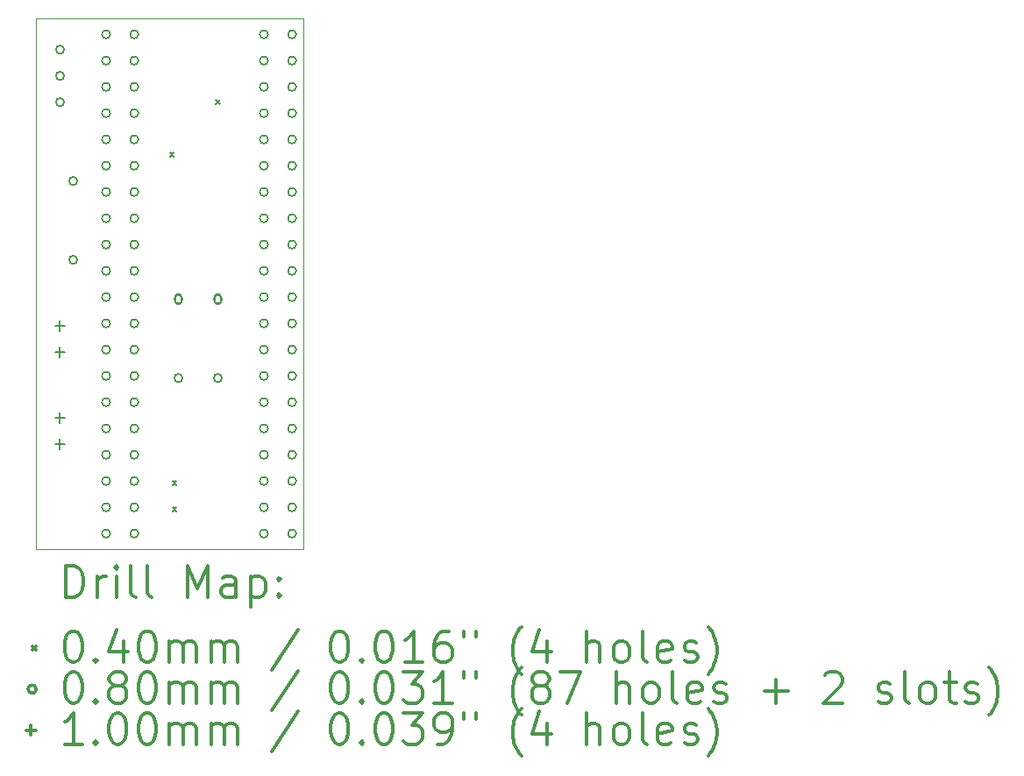
<source format=gbr>
%FSLAX45Y45*%
G04 Gerber Fmt 4.5, Leading zero omitted, Abs format (unit mm)*
G04 Created by KiCad (PCBNEW (5.1.2)-1) date 2020-03-30 19:36:06*
%MOMM*%
%LPD*%
G04 APERTURE LIST*
%ADD10C,0.010000*%
%ADD11C,0.200000*%
%ADD12C,0.300000*%
G04 APERTURE END LIST*
D10*
X5232400Y-7239000D02*
X5257800Y-7239000D01*
X5232400Y-2108200D02*
X5232400Y-7239000D01*
X7810500Y-2108200D02*
X5232400Y-2108200D01*
X5257800Y-7239000D02*
X7810500Y-7239000D01*
X7810500Y-2108200D02*
X7810500Y-7239000D01*
D11*
X6520500Y-3409000D02*
X6560500Y-3449000D01*
X6560500Y-3409000D02*
X6520500Y-3449000D01*
X6545900Y-6584000D02*
X6585900Y-6624000D01*
X6585900Y-6584000D02*
X6545900Y-6624000D01*
X6545900Y-6838000D02*
X6585900Y-6878000D01*
X6585900Y-6838000D02*
X6545900Y-6878000D01*
X6965000Y-2901000D02*
X7005000Y-2941000D01*
X7005000Y-2901000D02*
X6965000Y-2941000D01*
X5945500Y-2265700D02*
G75*
G03X5945500Y-2265700I-40000J0D01*
G01*
X5945500Y-2519700D02*
G75*
G03X5945500Y-2519700I-40000J0D01*
G01*
X5945500Y-2773700D02*
G75*
G03X5945500Y-2773700I-40000J0D01*
G01*
X5945500Y-3027700D02*
G75*
G03X5945500Y-3027700I-40000J0D01*
G01*
X5945500Y-3281700D02*
G75*
G03X5945500Y-3281700I-40000J0D01*
G01*
X5945500Y-3535700D02*
G75*
G03X5945500Y-3535700I-40000J0D01*
G01*
X5945500Y-3789700D02*
G75*
G03X5945500Y-3789700I-40000J0D01*
G01*
X5945500Y-4043700D02*
G75*
G03X5945500Y-4043700I-40000J0D01*
G01*
X5945500Y-4297700D02*
G75*
G03X5945500Y-4297700I-40000J0D01*
G01*
X5945500Y-4551700D02*
G75*
G03X5945500Y-4551700I-40000J0D01*
G01*
X5945500Y-4805700D02*
G75*
G03X5945500Y-4805700I-40000J0D01*
G01*
X5945500Y-5059700D02*
G75*
G03X5945500Y-5059700I-40000J0D01*
G01*
X5945500Y-5313700D02*
G75*
G03X5945500Y-5313700I-40000J0D01*
G01*
X5945500Y-5567700D02*
G75*
G03X5945500Y-5567700I-40000J0D01*
G01*
X5945500Y-5821700D02*
G75*
G03X5945500Y-5821700I-40000J0D01*
G01*
X5945500Y-6075700D02*
G75*
G03X5945500Y-6075700I-40000J0D01*
G01*
X5945500Y-6329700D02*
G75*
G03X5945500Y-6329700I-40000J0D01*
G01*
X5945500Y-6583700D02*
G75*
G03X5945500Y-6583700I-40000J0D01*
G01*
X5945500Y-6837700D02*
G75*
G03X5945500Y-6837700I-40000J0D01*
G01*
X5945500Y-7091700D02*
G75*
G03X5945500Y-7091700I-40000J0D01*
G01*
X7469500Y-2265700D02*
G75*
G03X7469500Y-2265700I-40000J0D01*
G01*
X7469500Y-2519700D02*
G75*
G03X7469500Y-2519700I-40000J0D01*
G01*
X7469500Y-2773700D02*
G75*
G03X7469500Y-2773700I-40000J0D01*
G01*
X7469500Y-3027700D02*
G75*
G03X7469500Y-3027700I-40000J0D01*
G01*
X7469500Y-3281700D02*
G75*
G03X7469500Y-3281700I-40000J0D01*
G01*
X7469500Y-3535700D02*
G75*
G03X7469500Y-3535700I-40000J0D01*
G01*
X7469500Y-3789700D02*
G75*
G03X7469500Y-3789700I-40000J0D01*
G01*
X7469500Y-4043700D02*
G75*
G03X7469500Y-4043700I-40000J0D01*
G01*
X7469500Y-4297700D02*
G75*
G03X7469500Y-4297700I-40000J0D01*
G01*
X7469500Y-4551700D02*
G75*
G03X7469500Y-4551700I-40000J0D01*
G01*
X7469500Y-4805700D02*
G75*
G03X7469500Y-4805700I-40000J0D01*
G01*
X7469500Y-5059700D02*
G75*
G03X7469500Y-5059700I-40000J0D01*
G01*
X7469500Y-5313700D02*
G75*
G03X7469500Y-5313700I-40000J0D01*
G01*
X7469500Y-5567700D02*
G75*
G03X7469500Y-5567700I-40000J0D01*
G01*
X7469500Y-5821700D02*
G75*
G03X7469500Y-5821700I-40000J0D01*
G01*
X7469500Y-6075700D02*
G75*
G03X7469500Y-6075700I-40000J0D01*
G01*
X7469500Y-6329700D02*
G75*
G03X7469500Y-6329700I-40000J0D01*
G01*
X7469500Y-6583700D02*
G75*
G03X7469500Y-6583700I-40000J0D01*
G01*
X7469500Y-6837700D02*
G75*
G03X7469500Y-6837700I-40000J0D01*
G01*
X7469500Y-7091700D02*
G75*
G03X7469500Y-7091700I-40000J0D01*
G01*
X6644000Y-4826000D02*
G75*
G03X6644000Y-4826000I-40000J0D01*
G01*
X6634000Y-4846000D02*
X6634000Y-4806000D01*
X6574000Y-4846000D02*
X6574000Y-4806000D01*
X6634000Y-4806000D02*
G75*
G03X6574000Y-4806000I-30000J0D01*
G01*
X6574000Y-4846000D02*
G75*
G03X6634000Y-4846000I30000J0D01*
G01*
X6644000Y-5588000D02*
G75*
G03X6644000Y-5588000I-40000J0D01*
G01*
X6218100Y-2265700D02*
G75*
G03X6218100Y-2265700I-40000J0D01*
G01*
X6218100Y-2519700D02*
G75*
G03X6218100Y-2519700I-40000J0D01*
G01*
X6218100Y-2773700D02*
G75*
G03X6218100Y-2773700I-40000J0D01*
G01*
X6218100Y-3027700D02*
G75*
G03X6218100Y-3027700I-40000J0D01*
G01*
X6218100Y-3281700D02*
G75*
G03X6218100Y-3281700I-40000J0D01*
G01*
X6218100Y-3535700D02*
G75*
G03X6218100Y-3535700I-40000J0D01*
G01*
X6218100Y-3789700D02*
G75*
G03X6218100Y-3789700I-40000J0D01*
G01*
X6218100Y-4043700D02*
G75*
G03X6218100Y-4043700I-40000J0D01*
G01*
X6218100Y-4297700D02*
G75*
G03X6218100Y-4297700I-40000J0D01*
G01*
X6218100Y-4551700D02*
G75*
G03X6218100Y-4551700I-40000J0D01*
G01*
X6218100Y-4805700D02*
G75*
G03X6218100Y-4805700I-40000J0D01*
G01*
X6218100Y-5059700D02*
G75*
G03X6218100Y-5059700I-40000J0D01*
G01*
X6218100Y-5313700D02*
G75*
G03X6218100Y-5313700I-40000J0D01*
G01*
X6218100Y-5567700D02*
G75*
G03X6218100Y-5567700I-40000J0D01*
G01*
X6218100Y-5821700D02*
G75*
G03X6218100Y-5821700I-40000J0D01*
G01*
X6218100Y-6075700D02*
G75*
G03X6218100Y-6075700I-40000J0D01*
G01*
X6218100Y-6329700D02*
G75*
G03X6218100Y-6329700I-40000J0D01*
G01*
X6218100Y-6583700D02*
G75*
G03X6218100Y-6583700I-40000J0D01*
G01*
X6218100Y-6837700D02*
G75*
G03X6218100Y-6837700I-40000J0D01*
G01*
X6218100Y-7091700D02*
G75*
G03X6218100Y-7091700I-40000J0D01*
G01*
X7742100Y-2265700D02*
G75*
G03X7742100Y-2265700I-40000J0D01*
G01*
X7742100Y-2519700D02*
G75*
G03X7742100Y-2519700I-40000J0D01*
G01*
X7742100Y-2773700D02*
G75*
G03X7742100Y-2773700I-40000J0D01*
G01*
X7742100Y-3027700D02*
G75*
G03X7742100Y-3027700I-40000J0D01*
G01*
X7742100Y-3281700D02*
G75*
G03X7742100Y-3281700I-40000J0D01*
G01*
X7742100Y-3535700D02*
G75*
G03X7742100Y-3535700I-40000J0D01*
G01*
X7742100Y-3789700D02*
G75*
G03X7742100Y-3789700I-40000J0D01*
G01*
X7742100Y-4043700D02*
G75*
G03X7742100Y-4043700I-40000J0D01*
G01*
X7742100Y-4297700D02*
G75*
G03X7742100Y-4297700I-40000J0D01*
G01*
X7742100Y-4551700D02*
G75*
G03X7742100Y-4551700I-40000J0D01*
G01*
X7742100Y-4805700D02*
G75*
G03X7742100Y-4805700I-40000J0D01*
G01*
X7742100Y-5059700D02*
G75*
G03X7742100Y-5059700I-40000J0D01*
G01*
X7742100Y-5313700D02*
G75*
G03X7742100Y-5313700I-40000J0D01*
G01*
X7742100Y-5567700D02*
G75*
G03X7742100Y-5567700I-40000J0D01*
G01*
X7742100Y-5821700D02*
G75*
G03X7742100Y-5821700I-40000J0D01*
G01*
X7742100Y-6075700D02*
G75*
G03X7742100Y-6075700I-40000J0D01*
G01*
X7742100Y-6329700D02*
G75*
G03X7742100Y-6329700I-40000J0D01*
G01*
X7742100Y-6583700D02*
G75*
G03X7742100Y-6583700I-40000J0D01*
G01*
X7742100Y-6837700D02*
G75*
G03X7742100Y-6837700I-40000J0D01*
G01*
X7742100Y-7091700D02*
G75*
G03X7742100Y-7091700I-40000J0D01*
G01*
X5501000Y-2413000D02*
G75*
G03X5501000Y-2413000I-40000J0D01*
G01*
X5501000Y-2667000D02*
G75*
G03X5501000Y-2667000I-40000J0D01*
G01*
X5501000Y-2921000D02*
G75*
G03X5501000Y-2921000I-40000J0D01*
G01*
X5628000Y-3683000D02*
G75*
G03X5628000Y-3683000I-40000J0D01*
G01*
X5628000Y-4445000D02*
G75*
G03X5628000Y-4445000I-40000J0D01*
G01*
X7025000Y-4826000D02*
G75*
G03X7025000Y-4826000I-40000J0D01*
G01*
X7015000Y-4846000D02*
X7015000Y-4806000D01*
X6955000Y-4846000D02*
X6955000Y-4806000D01*
X7015000Y-4806000D02*
G75*
G03X6955000Y-4806000I-30000J0D01*
G01*
X6955000Y-4846000D02*
G75*
G03X7015000Y-4846000I30000J0D01*
G01*
X7025000Y-5588000D02*
G75*
G03X7025000Y-5588000I-40000J0D01*
G01*
X5461000Y-5030000D02*
X5461000Y-5130000D01*
X5411000Y-5080000D02*
X5511000Y-5080000D01*
X5461000Y-5284000D02*
X5461000Y-5384000D01*
X5411000Y-5334000D02*
X5511000Y-5334000D01*
X5461000Y-5919000D02*
X5461000Y-6019000D01*
X5411000Y-5969000D02*
X5511000Y-5969000D01*
X5461000Y-6173000D02*
X5461000Y-6273000D01*
X5411000Y-6223000D02*
X5511000Y-6223000D01*
D12*
X5518328Y-7705214D02*
X5518328Y-7405214D01*
X5589757Y-7405214D01*
X5632614Y-7419500D01*
X5661186Y-7448071D01*
X5675471Y-7476643D01*
X5689757Y-7533786D01*
X5689757Y-7576643D01*
X5675471Y-7633786D01*
X5661186Y-7662357D01*
X5632614Y-7690929D01*
X5589757Y-7705214D01*
X5518328Y-7705214D01*
X5818328Y-7705214D02*
X5818328Y-7505214D01*
X5818328Y-7562357D02*
X5832614Y-7533786D01*
X5846900Y-7519500D01*
X5875471Y-7505214D01*
X5904043Y-7505214D01*
X6004043Y-7705214D02*
X6004043Y-7505214D01*
X6004043Y-7405214D02*
X5989757Y-7419500D01*
X6004043Y-7433786D01*
X6018328Y-7419500D01*
X6004043Y-7405214D01*
X6004043Y-7433786D01*
X6189757Y-7705214D02*
X6161186Y-7690929D01*
X6146900Y-7662357D01*
X6146900Y-7405214D01*
X6346900Y-7705214D02*
X6318328Y-7690929D01*
X6304043Y-7662357D01*
X6304043Y-7405214D01*
X6689757Y-7705214D02*
X6689757Y-7405214D01*
X6789757Y-7619500D01*
X6889757Y-7405214D01*
X6889757Y-7705214D01*
X7161186Y-7705214D02*
X7161186Y-7548071D01*
X7146900Y-7519500D01*
X7118328Y-7505214D01*
X7061186Y-7505214D01*
X7032614Y-7519500D01*
X7161186Y-7690929D02*
X7132614Y-7705214D01*
X7061186Y-7705214D01*
X7032614Y-7690929D01*
X7018328Y-7662357D01*
X7018328Y-7633786D01*
X7032614Y-7605214D01*
X7061186Y-7590929D01*
X7132614Y-7590929D01*
X7161186Y-7576643D01*
X7304043Y-7505214D02*
X7304043Y-7805214D01*
X7304043Y-7519500D02*
X7332614Y-7505214D01*
X7389757Y-7505214D01*
X7418328Y-7519500D01*
X7432614Y-7533786D01*
X7446900Y-7562357D01*
X7446900Y-7648071D01*
X7432614Y-7676643D01*
X7418328Y-7690929D01*
X7389757Y-7705214D01*
X7332614Y-7705214D01*
X7304043Y-7690929D01*
X7575471Y-7676643D02*
X7589757Y-7690929D01*
X7575471Y-7705214D01*
X7561186Y-7690929D01*
X7575471Y-7676643D01*
X7575471Y-7705214D01*
X7575471Y-7519500D02*
X7589757Y-7533786D01*
X7575471Y-7548071D01*
X7561186Y-7533786D01*
X7575471Y-7519500D01*
X7575471Y-7548071D01*
X5191900Y-8179500D02*
X5231900Y-8219500D01*
X5231900Y-8179500D02*
X5191900Y-8219500D01*
X5575471Y-8035214D02*
X5604043Y-8035214D01*
X5632614Y-8049500D01*
X5646900Y-8063786D01*
X5661186Y-8092357D01*
X5675471Y-8149500D01*
X5675471Y-8220929D01*
X5661186Y-8278071D01*
X5646900Y-8306643D01*
X5632614Y-8320929D01*
X5604043Y-8335214D01*
X5575471Y-8335214D01*
X5546900Y-8320929D01*
X5532614Y-8306643D01*
X5518328Y-8278071D01*
X5504043Y-8220929D01*
X5504043Y-8149500D01*
X5518328Y-8092357D01*
X5532614Y-8063786D01*
X5546900Y-8049500D01*
X5575471Y-8035214D01*
X5804043Y-8306643D02*
X5818328Y-8320929D01*
X5804043Y-8335214D01*
X5789757Y-8320929D01*
X5804043Y-8306643D01*
X5804043Y-8335214D01*
X6075471Y-8135214D02*
X6075471Y-8335214D01*
X6004043Y-8020929D02*
X5932614Y-8235214D01*
X6118328Y-8235214D01*
X6289757Y-8035214D02*
X6318328Y-8035214D01*
X6346900Y-8049500D01*
X6361186Y-8063786D01*
X6375471Y-8092357D01*
X6389757Y-8149500D01*
X6389757Y-8220929D01*
X6375471Y-8278071D01*
X6361186Y-8306643D01*
X6346900Y-8320929D01*
X6318328Y-8335214D01*
X6289757Y-8335214D01*
X6261186Y-8320929D01*
X6246900Y-8306643D01*
X6232614Y-8278071D01*
X6218328Y-8220929D01*
X6218328Y-8149500D01*
X6232614Y-8092357D01*
X6246900Y-8063786D01*
X6261186Y-8049500D01*
X6289757Y-8035214D01*
X6518328Y-8335214D02*
X6518328Y-8135214D01*
X6518328Y-8163786D02*
X6532614Y-8149500D01*
X6561186Y-8135214D01*
X6604043Y-8135214D01*
X6632614Y-8149500D01*
X6646900Y-8178071D01*
X6646900Y-8335214D01*
X6646900Y-8178071D02*
X6661186Y-8149500D01*
X6689757Y-8135214D01*
X6732614Y-8135214D01*
X6761186Y-8149500D01*
X6775471Y-8178071D01*
X6775471Y-8335214D01*
X6918328Y-8335214D02*
X6918328Y-8135214D01*
X6918328Y-8163786D02*
X6932614Y-8149500D01*
X6961186Y-8135214D01*
X7004043Y-8135214D01*
X7032614Y-8149500D01*
X7046900Y-8178071D01*
X7046900Y-8335214D01*
X7046900Y-8178071D02*
X7061186Y-8149500D01*
X7089757Y-8135214D01*
X7132614Y-8135214D01*
X7161186Y-8149500D01*
X7175471Y-8178071D01*
X7175471Y-8335214D01*
X7761186Y-8020929D02*
X7504043Y-8406643D01*
X8146900Y-8035214D02*
X8175471Y-8035214D01*
X8204043Y-8049500D01*
X8218328Y-8063786D01*
X8232614Y-8092357D01*
X8246900Y-8149500D01*
X8246900Y-8220929D01*
X8232614Y-8278071D01*
X8218328Y-8306643D01*
X8204043Y-8320929D01*
X8175471Y-8335214D01*
X8146900Y-8335214D01*
X8118328Y-8320929D01*
X8104043Y-8306643D01*
X8089757Y-8278071D01*
X8075471Y-8220929D01*
X8075471Y-8149500D01*
X8089757Y-8092357D01*
X8104043Y-8063786D01*
X8118328Y-8049500D01*
X8146900Y-8035214D01*
X8375471Y-8306643D02*
X8389757Y-8320929D01*
X8375471Y-8335214D01*
X8361186Y-8320929D01*
X8375471Y-8306643D01*
X8375471Y-8335214D01*
X8575471Y-8035214D02*
X8604043Y-8035214D01*
X8632614Y-8049500D01*
X8646900Y-8063786D01*
X8661186Y-8092357D01*
X8675471Y-8149500D01*
X8675471Y-8220929D01*
X8661186Y-8278071D01*
X8646900Y-8306643D01*
X8632614Y-8320929D01*
X8604043Y-8335214D01*
X8575471Y-8335214D01*
X8546900Y-8320929D01*
X8532614Y-8306643D01*
X8518328Y-8278071D01*
X8504043Y-8220929D01*
X8504043Y-8149500D01*
X8518328Y-8092357D01*
X8532614Y-8063786D01*
X8546900Y-8049500D01*
X8575471Y-8035214D01*
X8961186Y-8335214D02*
X8789757Y-8335214D01*
X8875471Y-8335214D02*
X8875471Y-8035214D01*
X8846900Y-8078071D01*
X8818328Y-8106643D01*
X8789757Y-8120929D01*
X9218328Y-8035214D02*
X9161186Y-8035214D01*
X9132614Y-8049500D01*
X9118328Y-8063786D01*
X9089757Y-8106643D01*
X9075471Y-8163786D01*
X9075471Y-8278071D01*
X9089757Y-8306643D01*
X9104043Y-8320929D01*
X9132614Y-8335214D01*
X9189757Y-8335214D01*
X9218328Y-8320929D01*
X9232614Y-8306643D01*
X9246900Y-8278071D01*
X9246900Y-8206643D01*
X9232614Y-8178071D01*
X9218328Y-8163786D01*
X9189757Y-8149500D01*
X9132614Y-8149500D01*
X9104043Y-8163786D01*
X9089757Y-8178071D01*
X9075471Y-8206643D01*
X9361186Y-8035214D02*
X9361186Y-8092357D01*
X9475471Y-8035214D02*
X9475471Y-8092357D01*
X9918328Y-8449500D02*
X9904043Y-8435214D01*
X9875471Y-8392357D01*
X9861186Y-8363786D01*
X9846900Y-8320929D01*
X9832614Y-8249500D01*
X9832614Y-8192357D01*
X9846900Y-8120929D01*
X9861186Y-8078071D01*
X9875471Y-8049500D01*
X9904043Y-8006643D01*
X9918328Y-7992357D01*
X10161186Y-8135214D02*
X10161186Y-8335214D01*
X10089757Y-8020929D02*
X10018328Y-8235214D01*
X10204043Y-8235214D01*
X10546900Y-8335214D02*
X10546900Y-8035214D01*
X10675471Y-8335214D02*
X10675471Y-8178071D01*
X10661186Y-8149500D01*
X10632614Y-8135214D01*
X10589757Y-8135214D01*
X10561186Y-8149500D01*
X10546900Y-8163786D01*
X10861186Y-8335214D02*
X10832614Y-8320929D01*
X10818328Y-8306643D01*
X10804043Y-8278071D01*
X10804043Y-8192357D01*
X10818328Y-8163786D01*
X10832614Y-8149500D01*
X10861186Y-8135214D01*
X10904043Y-8135214D01*
X10932614Y-8149500D01*
X10946900Y-8163786D01*
X10961186Y-8192357D01*
X10961186Y-8278071D01*
X10946900Y-8306643D01*
X10932614Y-8320929D01*
X10904043Y-8335214D01*
X10861186Y-8335214D01*
X11132614Y-8335214D02*
X11104043Y-8320929D01*
X11089757Y-8292357D01*
X11089757Y-8035214D01*
X11361186Y-8320929D02*
X11332614Y-8335214D01*
X11275471Y-8335214D01*
X11246900Y-8320929D01*
X11232614Y-8292357D01*
X11232614Y-8178071D01*
X11246900Y-8149500D01*
X11275471Y-8135214D01*
X11332614Y-8135214D01*
X11361186Y-8149500D01*
X11375471Y-8178071D01*
X11375471Y-8206643D01*
X11232614Y-8235214D01*
X11489757Y-8320929D02*
X11518328Y-8335214D01*
X11575471Y-8335214D01*
X11604043Y-8320929D01*
X11618328Y-8292357D01*
X11618328Y-8278071D01*
X11604043Y-8249500D01*
X11575471Y-8235214D01*
X11532614Y-8235214D01*
X11504043Y-8220929D01*
X11489757Y-8192357D01*
X11489757Y-8178071D01*
X11504043Y-8149500D01*
X11532614Y-8135214D01*
X11575471Y-8135214D01*
X11604043Y-8149500D01*
X11718328Y-8449500D02*
X11732614Y-8435214D01*
X11761186Y-8392357D01*
X11775471Y-8363786D01*
X11789757Y-8320929D01*
X11804043Y-8249500D01*
X11804043Y-8192357D01*
X11789757Y-8120929D01*
X11775471Y-8078071D01*
X11761186Y-8049500D01*
X11732614Y-8006643D01*
X11718328Y-7992357D01*
X5231900Y-8595500D02*
G75*
G03X5231900Y-8595500I-40000J0D01*
G01*
X5575471Y-8431214D02*
X5604043Y-8431214D01*
X5632614Y-8445500D01*
X5646900Y-8459786D01*
X5661186Y-8488357D01*
X5675471Y-8545500D01*
X5675471Y-8616929D01*
X5661186Y-8674072D01*
X5646900Y-8702643D01*
X5632614Y-8716929D01*
X5604043Y-8731214D01*
X5575471Y-8731214D01*
X5546900Y-8716929D01*
X5532614Y-8702643D01*
X5518328Y-8674072D01*
X5504043Y-8616929D01*
X5504043Y-8545500D01*
X5518328Y-8488357D01*
X5532614Y-8459786D01*
X5546900Y-8445500D01*
X5575471Y-8431214D01*
X5804043Y-8702643D02*
X5818328Y-8716929D01*
X5804043Y-8731214D01*
X5789757Y-8716929D01*
X5804043Y-8702643D01*
X5804043Y-8731214D01*
X5989757Y-8559786D02*
X5961186Y-8545500D01*
X5946900Y-8531214D01*
X5932614Y-8502643D01*
X5932614Y-8488357D01*
X5946900Y-8459786D01*
X5961186Y-8445500D01*
X5989757Y-8431214D01*
X6046900Y-8431214D01*
X6075471Y-8445500D01*
X6089757Y-8459786D01*
X6104043Y-8488357D01*
X6104043Y-8502643D01*
X6089757Y-8531214D01*
X6075471Y-8545500D01*
X6046900Y-8559786D01*
X5989757Y-8559786D01*
X5961186Y-8574072D01*
X5946900Y-8588357D01*
X5932614Y-8616929D01*
X5932614Y-8674072D01*
X5946900Y-8702643D01*
X5961186Y-8716929D01*
X5989757Y-8731214D01*
X6046900Y-8731214D01*
X6075471Y-8716929D01*
X6089757Y-8702643D01*
X6104043Y-8674072D01*
X6104043Y-8616929D01*
X6089757Y-8588357D01*
X6075471Y-8574072D01*
X6046900Y-8559786D01*
X6289757Y-8431214D02*
X6318328Y-8431214D01*
X6346900Y-8445500D01*
X6361186Y-8459786D01*
X6375471Y-8488357D01*
X6389757Y-8545500D01*
X6389757Y-8616929D01*
X6375471Y-8674072D01*
X6361186Y-8702643D01*
X6346900Y-8716929D01*
X6318328Y-8731214D01*
X6289757Y-8731214D01*
X6261186Y-8716929D01*
X6246900Y-8702643D01*
X6232614Y-8674072D01*
X6218328Y-8616929D01*
X6218328Y-8545500D01*
X6232614Y-8488357D01*
X6246900Y-8459786D01*
X6261186Y-8445500D01*
X6289757Y-8431214D01*
X6518328Y-8731214D02*
X6518328Y-8531214D01*
X6518328Y-8559786D02*
X6532614Y-8545500D01*
X6561186Y-8531214D01*
X6604043Y-8531214D01*
X6632614Y-8545500D01*
X6646900Y-8574072D01*
X6646900Y-8731214D01*
X6646900Y-8574072D02*
X6661186Y-8545500D01*
X6689757Y-8531214D01*
X6732614Y-8531214D01*
X6761186Y-8545500D01*
X6775471Y-8574072D01*
X6775471Y-8731214D01*
X6918328Y-8731214D02*
X6918328Y-8531214D01*
X6918328Y-8559786D02*
X6932614Y-8545500D01*
X6961186Y-8531214D01*
X7004043Y-8531214D01*
X7032614Y-8545500D01*
X7046900Y-8574072D01*
X7046900Y-8731214D01*
X7046900Y-8574072D02*
X7061186Y-8545500D01*
X7089757Y-8531214D01*
X7132614Y-8531214D01*
X7161186Y-8545500D01*
X7175471Y-8574072D01*
X7175471Y-8731214D01*
X7761186Y-8416929D02*
X7504043Y-8802643D01*
X8146900Y-8431214D02*
X8175471Y-8431214D01*
X8204043Y-8445500D01*
X8218328Y-8459786D01*
X8232614Y-8488357D01*
X8246900Y-8545500D01*
X8246900Y-8616929D01*
X8232614Y-8674072D01*
X8218328Y-8702643D01*
X8204043Y-8716929D01*
X8175471Y-8731214D01*
X8146900Y-8731214D01*
X8118328Y-8716929D01*
X8104043Y-8702643D01*
X8089757Y-8674072D01*
X8075471Y-8616929D01*
X8075471Y-8545500D01*
X8089757Y-8488357D01*
X8104043Y-8459786D01*
X8118328Y-8445500D01*
X8146900Y-8431214D01*
X8375471Y-8702643D02*
X8389757Y-8716929D01*
X8375471Y-8731214D01*
X8361186Y-8716929D01*
X8375471Y-8702643D01*
X8375471Y-8731214D01*
X8575471Y-8431214D02*
X8604043Y-8431214D01*
X8632614Y-8445500D01*
X8646900Y-8459786D01*
X8661186Y-8488357D01*
X8675471Y-8545500D01*
X8675471Y-8616929D01*
X8661186Y-8674072D01*
X8646900Y-8702643D01*
X8632614Y-8716929D01*
X8604043Y-8731214D01*
X8575471Y-8731214D01*
X8546900Y-8716929D01*
X8532614Y-8702643D01*
X8518328Y-8674072D01*
X8504043Y-8616929D01*
X8504043Y-8545500D01*
X8518328Y-8488357D01*
X8532614Y-8459786D01*
X8546900Y-8445500D01*
X8575471Y-8431214D01*
X8775471Y-8431214D02*
X8961186Y-8431214D01*
X8861186Y-8545500D01*
X8904043Y-8545500D01*
X8932614Y-8559786D01*
X8946900Y-8574072D01*
X8961186Y-8602643D01*
X8961186Y-8674072D01*
X8946900Y-8702643D01*
X8932614Y-8716929D01*
X8904043Y-8731214D01*
X8818328Y-8731214D01*
X8789757Y-8716929D01*
X8775471Y-8702643D01*
X9246900Y-8731214D02*
X9075471Y-8731214D01*
X9161186Y-8731214D02*
X9161186Y-8431214D01*
X9132614Y-8474072D01*
X9104043Y-8502643D01*
X9075471Y-8516929D01*
X9361186Y-8431214D02*
X9361186Y-8488357D01*
X9475471Y-8431214D02*
X9475471Y-8488357D01*
X9918328Y-8845500D02*
X9904043Y-8831214D01*
X9875471Y-8788357D01*
X9861186Y-8759786D01*
X9846900Y-8716929D01*
X9832614Y-8645500D01*
X9832614Y-8588357D01*
X9846900Y-8516929D01*
X9861186Y-8474072D01*
X9875471Y-8445500D01*
X9904043Y-8402643D01*
X9918328Y-8388357D01*
X10075471Y-8559786D02*
X10046900Y-8545500D01*
X10032614Y-8531214D01*
X10018328Y-8502643D01*
X10018328Y-8488357D01*
X10032614Y-8459786D01*
X10046900Y-8445500D01*
X10075471Y-8431214D01*
X10132614Y-8431214D01*
X10161186Y-8445500D01*
X10175471Y-8459786D01*
X10189757Y-8488357D01*
X10189757Y-8502643D01*
X10175471Y-8531214D01*
X10161186Y-8545500D01*
X10132614Y-8559786D01*
X10075471Y-8559786D01*
X10046900Y-8574072D01*
X10032614Y-8588357D01*
X10018328Y-8616929D01*
X10018328Y-8674072D01*
X10032614Y-8702643D01*
X10046900Y-8716929D01*
X10075471Y-8731214D01*
X10132614Y-8731214D01*
X10161186Y-8716929D01*
X10175471Y-8702643D01*
X10189757Y-8674072D01*
X10189757Y-8616929D01*
X10175471Y-8588357D01*
X10161186Y-8574072D01*
X10132614Y-8559786D01*
X10289757Y-8431214D02*
X10489757Y-8431214D01*
X10361186Y-8731214D01*
X10832614Y-8731214D02*
X10832614Y-8431214D01*
X10961186Y-8731214D02*
X10961186Y-8574072D01*
X10946900Y-8545500D01*
X10918328Y-8531214D01*
X10875471Y-8531214D01*
X10846900Y-8545500D01*
X10832614Y-8559786D01*
X11146900Y-8731214D02*
X11118328Y-8716929D01*
X11104043Y-8702643D01*
X11089757Y-8674072D01*
X11089757Y-8588357D01*
X11104043Y-8559786D01*
X11118328Y-8545500D01*
X11146900Y-8531214D01*
X11189757Y-8531214D01*
X11218328Y-8545500D01*
X11232614Y-8559786D01*
X11246900Y-8588357D01*
X11246900Y-8674072D01*
X11232614Y-8702643D01*
X11218328Y-8716929D01*
X11189757Y-8731214D01*
X11146900Y-8731214D01*
X11418328Y-8731214D02*
X11389757Y-8716929D01*
X11375471Y-8688357D01*
X11375471Y-8431214D01*
X11646900Y-8716929D02*
X11618328Y-8731214D01*
X11561186Y-8731214D01*
X11532614Y-8716929D01*
X11518328Y-8688357D01*
X11518328Y-8574072D01*
X11532614Y-8545500D01*
X11561186Y-8531214D01*
X11618328Y-8531214D01*
X11646900Y-8545500D01*
X11661186Y-8574072D01*
X11661186Y-8602643D01*
X11518328Y-8631214D01*
X11775471Y-8716929D02*
X11804043Y-8731214D01*
X11861186Y-8731214D01*
X11889757Y-8716929D01*
X11904043Y-8688357D01*
X11904043Y-8674072D01*
X11889757Y-8645500D01*
X11861186Y-8631214D01*
X11818328Y-8631214D01*
X11789757Y-8616929D01*
X11775471Y-8588357D01*
X11775471Y-8574072D01*
X11789757Y-8545500D01*
X11818328Y-8531214D01*
X11861186Y-8531214D01*
X11889757Y-8545500D01*
X12261186Y-8616929D02*
X12489757Y-8616929D01*
X12375471Y-8731214D02*
X12375471Y-8502643D01*
X12846900Y-8459786D02*
X12861186Y-8445500D01*
X12889757Y-8431214D01*
X12961186Y-8431214D01*
X12989757Y-8445500D01*
X13004043Y-8459786D01*
X13018328Y-8488357D01*
X13018328Y-8516929D01*
X13004043Y-8559786D01*
X12832614Y-8731214D01*
X13018328Y-8731214D01*
X13361186Y-8716929D02*
X13389757Y-8731214D01*
X13446900Y-8731214D01*
X13475471Y-8716929D01*
X13489757Y-8688357D01*
X13489757Y-8674072D01*
X13475471Y-8645500D01*
X13446900Y-8631214D01*
X13404043Y-8631214D01*
X13375471Y-8616929D01*
X13361186Y-8588357D01*
X13361186Y-8574072D01*
X13375471Y-8545500D01*
X13404043Y-8531214D01*
X13446900Y-8531214D01*
X13475471Y-8545500D01*
X13661186Y-8731214D02*
X13632614Y-8716929D01*
X13618328Y-8688357D01*
X13618328Y-8431214D01*
X13818328Y-8731214D02*
X13789757Y-8716929D01*
X13775471Y-8702643D01*
X13761186Y-8674072D01*
X13761186Y-8588357D01*
X13775471Y-8559786D01*
X13789757Y-8545500D01*
X13818328Y-8531214D01*
X13861186Y-8531214D01*
X13889757Y-8545500D01*
X13904043Y-8559786D01*
X13918328Y-8588357D01*
X13918328Y-8674072D01*
X13904043Y-8702643D01*
X13889757Y-8716929D01*
X13861186Y-8731214D01*
X13818328Y-8731214D01*
X14004043Y-8531214D02*
X14118328Y-8531214D01*
X14046900Y-8431214D02*
X14046900Y-8688357D01*
X14061186Y-8716929D01*
X14089757Y-8731214D01*
X14118328Y-8731214D01*
X14204043Y-8716929D02*
X14232614Y-8731214D01*
X14289757Y-8731214D01*
X14318328Y-8716929D01*
X14332614Y-8688357D01*
X14332614Y-8674072D01*
X14318328Y-8645500D01*
X14289757Y-8631214D01*
X14246900Y-8631214D01*
X14218328Y-8616929D01*
X14204043Y-8588357D01*
X14204043Y-8574072D01*
X14218328Y-8545500D01*
X14246900Y-8531214D01*
X14289757Y-8531214D01*
X14318328Y-8545500D01*
X14432614Y-8845500D02*
X14446900Y-8831214D01*
X14475471Y-8788357D01*
X14489757Y-8759786D01*
X14504043Y-8716929D01*
X14518328Y-8645500D01*
X14518328Y-8588357D01*
X14504043Y-8516929D01*
X14489757Y-8474072D01*
X14475471Y-8445500D01*
X14446900Y-8402643D01*
X14432614Y-8388357D01*
X5181900Y-8941500D02*
X5181900Y-9041500D01*
X5131900Y-8991500D02*
X5231900Y-8991500D01*
X5675471Y-9127214D02*
X5504043Y-9127214D01*
X5589757Y-9127214D02*
X5589757Y-8827214D01*
X5561186Y-8870072D01*
X5532614Y-8898643D01*
X5504043Y-8912929D01*
X5804043Y-9098643D02*
X5818328Y-9112929D01*
X5804043Y-9127214D01*
X5789757Y-9112929D01*
X5804043Y-9098643D01*
X5804043Y-9127214D01*
X6004043Y-8827214D02*
X6032614Y-8827214D01*
X6061186Y-8841500D01*
X6075471Y-8855786D01*
X6089757Y-8884357D01*
X6104043Y-8941500D01*
X6104043Y-9012929D01*
X6089757Y-9070072D01*
X6075471Y-9098643D01*
X6061186Y-9112929D01*
X6032614Y-9127214D01*
X6004043Y-9127214D01*
X5975471Y-9112929D01*
X5961186Y-9098643D01*
X5946900Y-9070072D01*
X5932614Y-9012929D01*
X5932614Y-8941500D01*
X5946900Y-8884357D01*
X5961186Y-8855786D01*
X5975471Y-8841500D01*
X6004043Y-8827214D01*
X6289757Y-8827214D02*
X6318328Y-8827214D01*
X6346900Y-8841500D01*
X6361186Y-8855786D01*
X6375471Y-8884357D01*
X6389757Y-8941500D01*
X6389757Y-9012929D01*
X6375471Y-9070072D01*
X6361186Y-9098643D01*
X6346900Y-9112929D01*
X6318328Y-9127214D01*
X6289757Y-9127214D01*
X6261186Y-9112929D01*
X6246900Y-9098643D01*
X6232614Y-9070072D01*
X6218328Y-9012929D01*
X6218328Y-8941500D01*
X6232614Y-8884357D01*
X6246900Y-8855786D01*
X6261186Y-8841500D01*
X6289757Y-8827214D01*
X6518328Y-9127214D02*
X6518328Y-8927214D01*
X6518328Y-8955786D02*
X6532614Y-8941500D01*
X6561186Y-8927214D01*
X6604043Y-8927214D01*
X6632614Y-8941500D01*
X6646900Y-8970072D01*
X6646900Y-9127214D01*
X6646900Y-8970072D02*
X6661186Y-8941500D01*
X6689757Y-8927214D01*
X6732614Y-8927214D01*
X6761186Y-8941500D01*
X6775471Y-8970072D01*
X6775471Y-9127214D01*
X6918328Y-9127214D02*
X6918328Y-8927214D01*
X6918328Y-8955786D02*
X6932614Y-8941500D01*
X6961186Y-8927214D01*
X7004043Y-8927214D01*
X7032614Y-8941500D01*
X7046900Y-8970072D01*
X7046900Y-9127214D01*
X7046900Y-8970072D02*
X7061186Y-8941500D01*
X7089757Y-8927214D01*
X7132614Y-8927214D01*
X7161186Y-8941500D01*
X7175471Y-8970072D01*
X7175471Y-9127214D01*
X7761186Y-8812929D02*
X7504043Y-9198643D01*
X8146900Y-8827214D02*
X8175471Y-8827214D01*
X8204043Y-8841500D01*
X8218328Y-8855786D01*
X8232614Y-8884357D01*
X8246900Y-8941500D01*
X8246900Y-9012929D01*
X8232614Y-9070072D01*
X8218328Y-9098643D01*
X8204043Y-9112929D01*
X8175471Y-9127214D01*
X8146900Y-9127214D01*
X8118328Y-9112929D01*
X8104043Y-9098643D01*
X8089757Y-9070072D01*
X8075471Y-9012929D01*
X8075471Y-8941500D01*
X8089757Y-8884357D01*
X8104043Y-8855786D01*
X8118328Y-8841500D01*
X8146900Y-8827214D01*
X8375471Y-9098643D02*
X8389757Y-9112929D01*
X8375471Y-9127214D01*
X8361186Y-9112929D01*
X8375471Y-9098643D01*
X8375471Y-9127214D01*
X8575471Y-8827214D02*
X8604043Y-8827214D01*
X8632614Y-8841500D01*
X8646900Y-8855786D01*
X8661186Y-8884357D01*
X8675471Y-8941500D01*
X8675471Y-9012929D01*
X8661186Y-9070072D01*
X8646900Y-9098643D01*
X8632614Y-9112929D01*
X8604043Y-9127214D01*
X8575471Y-9127214D01*
X8546900Y-9112929D01*
X8532614Y-9098643D01*
X8518328Y-9070072D01*
X8504043Y-9012929D01*
X8504043Y-8941500D01*
X8518328Y-8884357D01*
X8532614Y-8855786D01*
X8546900Y-8841500D01*
X8575471Y-8827214D01*
X8775471Y-8827214D02*
X8961186Y-8827214D01*
X8861186Y-8941500D01*
X8904043Y-8941500D01*
X8932614Y-8955786D01*
X8946900Y-8970072D01*
X8961186Y-8998643D01*
X8961186Y-9070072D01*
X8946900Y-9098643D01*
X8932614Y-9112929D01*
X8904043Y-9127214D01*
X8818328Y-9127214D01*
X8789757Y-9112929D01*
X8775471Y-9098643D01*
X9104043Y-9127214D02*
X9161186Y-9127214D01*
X9189757Y-9112929D01*
X9204043Y-9098643D01*
X9232614Y-9055786D01*
X9246900Y-8998643D01*
X9246900Y-8884357D01*
X9232614Y-8855786D01*
X9218328Y-8841500D01*
X9189757Y-8827214D01*
X9132614Y-8827214D01*
X9104043Y-8841500D01*
X9089757Y-8855786D01*
X9075471Y-8884357D01*
X9075471Y-8955786D01*
X9089757Y-8984357D01*
X9104043Y-8998643D01*
X9132614Y-9012929D01*
X9189757Y-9012929D01*
X9218328Y-8998643D01*
X9232614Y-8984357D01*
X9246900Y-8955786D01*
X9361186Y-8827214D02*
X9361186Y-8884357D01*
X9475471Y-8827214D02*
X9475471Y-8884357D01*
X9918328Y-9241500D02*
X9904043Y-9227214D01*
X9875471Y-9184357D01*
X9861186Y-9155786D01*
X9846900Y-9112929D01*
X9832614Y-9041500D01*
X9832614Y-8984357D01*
X9846900Y-8912929D01*
X9861186Y-8870072D01*
X9875471Y-8841500D01*
X9904043Y-8798643D01*
X9918328Y-8784357D01*
X10161186Y-8927214D02*
X10161186Y-9127214D01*
X10089757Y-8812929D02*
X10018328Y-9027214D01*
X10204043Y-9027214D01*
X10546900Y-9127214D02*
X10546900Y-8827214D01*
X10675471Y-9127214D02*
X10675471Y-8970072D01*
X10661186Y-8941500D01*
X10632614Y-8927214D01*
X10589757Y-8927214D01*
X10561186Y-8941500D01*
X10546900Y-8955786D01*
X10861186Y-9127214D02*
X10832614Y-9112929D01*
X10818328Y-9098643D01*
X10804043Y-9070072D01*
X10804043Y-8984357D01*
X10818328Y-8955786D01*
X10832614Y-8941500D01*
X10861186Y-8927214D01*
X10904043Y-8927214D01*
X10932614Y-8941500D01*
X10946900Y-8955786D01*
X10961186Y-8984357D01*
X10961186Y-9070072D01*
X10946900Y-9098643D01*
X10932614Y-9112929D01*
X10904043Y-9127214D01*
X10861186Y-9127214D01*
X11132614Y-9127214D02*
X11104043Y-9112929D01*
X11089757Y-9084357D01*
X11089757Y-8827214D01*
X11361186Y-9112929D02*
X11332614Y-9127214D01*
X11275471Y-9127214D01*
X11246900Y-9112929D01*
X11232614Y-9084357D01*
X11232614Y-8970072D01*
X11246900Y-8941500D01*
X11275471Y-8927214D01*
X11332614Y-8927214D01*
X11361186Y-8941500D01*
X11375471Y-8970072D01*
X11375471Y-8998643D01*
X11232614Y-9027214D01*
X11489757Y-9112929D02*
X11518328Y-9127214D01*
X11575471Y-9127214D01*
X11604043Y-9112929D01*
X11618328Y-9084357D01*
X11618328Y-9070072D01*
X11604043Y-9041500D01*
X11575471Y-9027214D01*
X11532614Y-9027214D01*
X11504043Y-9012929D01*
X11489757Y-8984357D01*
X11489757Y-8970072D01*
X11504043Y-8941500D01*
X11532614Y-8927214D01*
X11575471Y-8927214D01*
X11604043Y-8941500D01*
X11718328Y-9241500D02*
X11732614Y-9227214D01*
X11761186Y-9184357D01*
X11775471Y-9155786D01*
X11789757Y-9112929D01*
X11804043Y-9041500D01*
X11804043Y-8984357D01*
X11789757Y-8912929D01*
X11775471Y-8870072D01*
X11761186Y-8841500D01*
X11732614Y-8798643D01*
X11718328Y-8784357D01*
M02*

</source>
